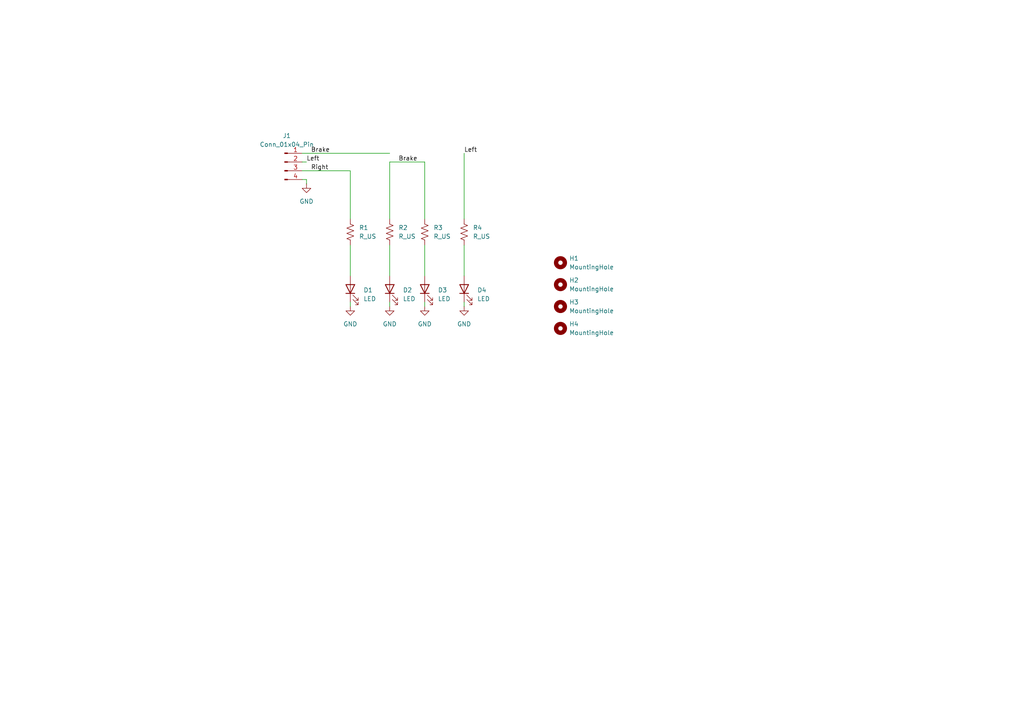
<source format=kicad_sch>
(kicad_sch (version 20231120) (generator "eeschema") (generator_version "8.0")
  (paper "A4")
  (lib_symbols
    (symbol "Connector:Conn_01x04_Pin" (pin_names (offset 1.016) hide)
      (property "Reference" "J" (at 0 5.08 0))
      (property "Value" "Conn_01x04_Pin" (at 0 -7.62 0))
      (symbol "Conn_01x04_Pin_1_1"
        (polyline (pts (xy 1.27 -5.08) (xy 0.8636 -5.08)) (stroke (width 0.1524)))
        (polyline (pts (xy 1.27 -2.54) (xy 0.8636 -2.54)) (stroke (width 0.1524)))
        (polyline (pts (xy 1.27 0) (xy 0.8636 0)) (stroke (width 0.1524)))
        (polyline (pts (xy 1.27 2.54) (xy 0.8636 2.54)) (stroke (width 0.1524)))
        (rectangle (start 0.8636 -4.953) (end 0 -5.207) (stroke (width 0.1524)) (fill (type outline)))
        (rectangle (start 0.8636 -2.413) (end 0 -2.667) (stroke (width 0.1524)) (fill (type outline)))
        (rectangle (start 0.8636 0.127) (end 0 -0.127) (stroke (width 0.1524)) (fill (type outline)))
        (rectangle (start 0.8636 2.667) (end 0 2.413) (stroke (width 0.1524)) (fill (type outline)))
        (pin passive line (at 5.08 2.54 180) (length 3.81) (name "Pin_1") (number "1"))
        (pin passive line (at 5.08 0 180) (length 3.81) (name "Pin_2") (number "2"))
        (pin passive line (at 5.08 -2.54 180) (length 3.81) (name "Pin_3") (number "3"))
        (pin passive line (at 5.08 -5.08 180) (length 3.81) (name "Pin_4") (number "4"))
      )
    )
    (symbol "Device:LED" (pin_numbers hide) (pin_names (offset 1.016) hide)
      (property "Reference" "D" (at 0 2.54 0))
      (property "Value" "LED" (at 0 -2.54 0))
      (symbol "LED_0_1"
        (polyline (pts (xy -1.27 -1.27) (xy -1.27 1.27)) (stroke (width 0.254)))
        (polyline (pts (xy -1.27 0) (xy 1.27 0)))
        (polyline (pts (xy 1.27 -1.27) (xy 1.27 1.27) (xy -1.27 0) (xy 1.27 -1.27)) (stroke (width 0.254)))
        (polyline (pts (xy -3.048 -0.762) (xy -4.572 -2.286) (xy -3.81 -2.286) (xy -4.572 -2.286) (xy -4.572 -1.524)))
        (polyline (pts (xy -1.778 -0.762) (xy -3.302 -2.286) (xy -2.54 -2.286) (xy -3.302 -2.286) (xy -3.302 -1.524)))
      )
      (symbol "LED_1_1"
        (pin passive line (at -3.81 0 0) (length 2.54) (name "K") (number "1"))
        (pin passive line (at 3.81 0 180) (length 2.54) (name "A") (number "2"))
      )
    )
    (symbol "Device:R_US" (pin_numbers hide) (pin_names (offset 0))
      (property "Reference" "R" (at 2.54 0 90))
      (property "Value" "R_US" (at -2.54 0 90))
      (symbol "R_US_0_1"
        (polyline (pts (xy 0 -2.286) (xy 0 -2.54)))
        (polyline (pts (xy 0 2.286) (xy 0 2.54)))
        (polyline (pts (xy 0 -0.762) (xy 1.016 -1.143) (xy 0 -1.524) (xy -1.016 -1.905) (xy 0 -2.286)))
        (polyline (pts (xy 0 0.762) (xy 1.016 0.381) (xy 0 0) (xy -1.016 -0.381) (xy 0 -0.762)))
        (polyline (pts (xy 0 2.286) (xy 1.016 1.905) (xy 0 1.524) (xy -1.016 1.143) (xy 0 0.762)))
      )
      (symbol "R_US_1_1"
        (pin passive line (at 0 3.81 270) (length 1.27) (name "~") (number "1"))
        (pin passive line (at 0 -3.81 90) (length 1.27) (name "~") (number "2"))
      )
    )
    (symbol "Mechanical:MountingHole" (pin_names (offset 1.016)) (exclude_from_sim yes) (in_bom no)
      (property "Reference" "H" (at 0 5.08 0))
      (property "Value" "MountingHole" (at 0 3.175 0))
      (symbol "MountingHole_0_1"
        (circle (center 0 0) (radius 1.27) (stroke (width 1.27)))
      )
    )
    (symbol "power:GND" (power) (pin_numbers hide) (pin_names (offset 0) hide)
      (property "Value" "GND" (at 0 -3.81 0))
      (symbol "GND_0_1"
        (polyline (pts (xy 0 0) (xy 0 -1.27) (xy 1.27 -1.27) (xy 0 -2.54) (xy -1.27 -1.27) (xy 0 -1.27)))
      )
      (symbol "GND_1_1"
        (pin power_in line (at 0 0 270) (length 0) (name "~") (number "1"))
      )
    )
  )
  (wire (pts (xy 113.03 71.12) (xy 113.03 80.01)))
  (wire (pts (xy 88.9 52.07) (xy 88.9 53.34)))
  (wire (pts (xy 123.19 71.12) (xy 123.19 80.01)))
  (wire (pts (xy 101.6 71.12) (xy 101.6 80.01)))
  (wire (pts (xy 113.03 87.63) (xy 113.03 88.9)))
  (wire (pts (xy 134.62 87.63) (xy 134.62 88.9)))
  (wire (pts (xy 101.6 87.63) (xy 101.6 88.9)))
  (wire (pts (xy 134.62 71.12) (xy 134.62 80.01)))
  (wire (pts (xy 123.19 46.99) (xy 123.19 63.5)))
  (wire (pts (xy 134.62 44.45) (xy 134.62 63.5)))
  (wire (pts (xy 123.19 87.63) (xy 123.19 88.9)))
  (wire (pts (xy 87.63 46.99) (xy 88.9 46.99)))
  (wire (pts (xy 87.63 52.07) (xy 88.9 52.07)))
  (wire (pts (xy 87.63 49.53) (xy 101.6 49.53)))
  (wire (pts (xy 101.6 49.53) (xy 101.6 63.5)))
  (wire (pts (xy 113.03 46.99) (xy 123.19 46.99)))
  (wire (pts (xy 113.03 46.99) (xy 113.03 63.5)))
  (wire (pts (xy 87.63 44.45) (xy 113.03 44.45)))
  (label "Left" (at 88.9 46.99 0))
  (label "Brake" (at 115.57 46.99 0))
  (label "Brake" (at 90.17 44.45 0))
  (label "Left" (at 134.62 44.45 0))
  (label "Right" (at 90.17 49.53 0))
  (symbol (lib_id "power:GND") (at 113.03 88.9 0) (unit 1)
    (property "Reference" "#PWR02" (effects (hide yes)))
    (property "Value" "GND" (at 113.03 93.98 0))
    (property "Description" "Power symbol creates a global label with name \"GND\" , ground" (effects (hide yes)))
  )
  (symbol (lib_id "Mechanical:MountingHole") (at 162.56 95.25 0) (unit 1) (exclude_from_sim yes) (in_bom no)
    (property "Reference" "H4" (at 165.1 93.9799 0) (effects (justify left)))
    (property "Value" "MountingHole" (at 165.1 96.5199 0) (effects (justify left)))
    (property "Footprint" "MountingHole:MountingHole_2.5mm" (effects (hide yes)))
    (property "Description" "Mounting Hole without connection" (effects (hide yes)))
  )
  (symbol (lib_id "power:GND") (at 101.6 88.9 0) (unit 1)
    (property "Reference" "#PWR01" (effects (hide yes)))
    (property "Value" "GND" (at 101.6 93.98 0))
    (property "Description" "Power symbol creates a global label with name \"GND\" , ground" (effects (hide yes)))
  )
  (symbol (lib_id "power:GND") (at 123.19 88.9 0) (unit 1)
    (property "Reference" "#PWR03" (effects (hide yes)))
    (property "Value" "GND" (at 123.19 93.98 0))
    (property "Description" "Power symbol creates a global label with name \"GND\" , ground" (effects (hide yes)))
  )
  (symbol (lib_id "Device:LED") (at 101.6 83.82 90) (unit 1)
    (property "Reference" "D1" (at 105.41 84.1374 90) (effects (justify right)))
    (property "Value" "LED" (at 105.41 86.6774 90) (effects (justify right)))
    (property "Footprint" "LED_THT:LED_D5.0mm_Clear" (effects (hide yes)))
    (property "Description" "Light emitting diode" (effects (hide yes)))
  )
  (symbol (lib_id "Device:R_US") (at 101.6 67.31 0) (unit 1)
    (property "Reference" "R1" (at 104.14 66.0399 0) (effects (justify left)))
    (property "Value" "R_US" (at 104.14 68.5799 0) (effects (justify left)))
    (property "Footprint" "Resistor_THT:R_Axial_DIN0414_L11.9mm_D4.5mm_P15.24mm_Horizontal" (effects (hide yes)))
    (property "Description" "Resistor, US symbol" (effects (hide yes)))
  )
  (symbol (lib_id "Device:R_US") (at 113.03 67.31 0) (unit 1)
    (property "Reference" "R2" (at 115.57 66.0399 0) (effects (justify left)))
    (property "Value" "R_US" (at 115.57 68.5799 0) (effects (justify left)))
    (property "Footprint" "Resistor_THT:R_Axial_DIN0414_L11.9mm_D4.5mm_P15.24mm_Horizontal" (effects (hide yes)))
    (property "Description" "Resistor, US symbol" (effects (hide yes)))
  )
  (symbol (lib_id "Mechanical:MountingHole") (at 162.56 88.9 0) (unit 1) (exclude_from_sim yes) (in_bom no)
    (property "Reference" "H3" (at 165.1 87.6299 0) (effects (justify left)))
    (property "Value" "MountingHole" (at 165.1 90.1699 0) (effects (justify left)))
    (property "Footprint" "MountingHole:MountingHole_2.5mm" (effects (hide yes)))
    (property "Description" "Mounting Hole without connection" (effects (hide yes)))
  )
  (symbol (lib_id "Device:R_US") (at 134.62 67.31 0) (unit 1)
    (property "Reference" "R4" (at 137.16 66.0399 0) (effects (justify left)))
    (property "Value" "R_US" (at 137.16 68.5799 0) (effects (justify left)))
    (property "Footprint" "Resistor_THT:R_Axial_DIN0414_L11.9mm_D4.5mm_P15.24mm_Horizontal" (effects (hide yes)))
    (property "Description" "Resistor, US symbol" (effects (hide yes)))
  )
  (symbol (lib_id "power:GND") (at 88.9 53.34 0) (unit 1)
    (property "Reference" "#PWR05" (effects (hide yes)))
    (property "Value" "GND" (at 88.9 58.42 0))
    (property "Description" "Power symbol creates a global label with name \"GND\" , ground" (effects (hide yes)))
  )
  (symbol (lib_id "Device:LED") (at 123.19 83.82 90) (unit 1)
    (property "Reference" "D3" (at 127 84.1374 90) (effects (justify right)))
    (property "Value" "LED" (at 127 86.6774 90) (effects (justify right)))
    (property "Footprint" "LED_THT:LED_D5.0mm_Clear" (effects (hide yes)))
    (property "Description" "Light emitting diode" (effects (hide yes)))
  )
  (symbol (lib_id "Connector:Conn_01x04_Pin") (at 82.55 46.99 0) (unit 1)
    (property "Reference" "J1" (at 83.185 39.37 0))
    (property "Value" "Conn_01x04_Pin" (at 83.185 41.91 0))
    (property "Footprint" "Connector_PinHeader_2.54mm:PinHeader_1x04_P2.54mm_Vertical" (effects (hide yes)))
    (property "Description" "Generic connector, single row, 01x04, script generated" (effects (hide yes)))
  )
  (symbol (lib_id "Mechanical:MountingHole") (at 162.56 76.2 0) (unit 1) (exclude_from_sim yes) (in_bom no)
    (property "Reference" "H1" (at 165.1 74.9299 0) (effects (justify left)))
    (property "Value" "MountingHole" (at 165.1 77.4699 0) (effects (justify left)))
    (property "Footprint" "MountingHole:MountingHole_2.5mm" (effects (hide yes)))
    (property "Description" "Mounting Hole without connection" (effects (hide yes)))
  )
  (symbol (lib_id "Mechanical:MountingHole") (at 162.56 82.55 0) (unit 1) (exclude_from_sim yes) (in_bom no)
    (property "Reference" "H2" (at 165.1 81.2799 0) (effects (justify left)))
    (property "Value" "MountingHole" (at 165.1 83.8199 0) (effects (justify left)))
    (property "Footprint" "MountingHole:MountingHole_2.5mm" (effects (hide yes)))
    (property "Description" "Mounting Hole without connection" (effects (hide yes)))
  )
  (symbol (lib_id "Device:LED") (at 113.03 83.82 90) (unit 1)
    (property "Reference" "D2" (at 116.84 84.1374 90) (effects (justify right)))
    (property "Value" "LED" (at 116.84 86.6774 90) (effects (justify right)))
    (property "Footprint" "LED_THT:LED_D5.0mm_Clear" (effects (hide yes)))
    (property "Description" "Light emitting diode" (effects (hide yes)))
  )
  (symbol (lib_id "Device:R_US") (at 123.19 67.31 0) (unit 1)
    (property "Reference" "R3" (at 125.73 66.0399 0) (effects (justify left)))
    (property "Value" "R_US" (at 125.73 68.5799 0) (effects (justify left)))
    (property "Footprint" "Resistor_THT:R_Axial_DIN0414_L11.9mm_D4.5mm_P15.24mm_Horizontal" (effects (hide yes)))
    (property "Description" "Resistor, US symbol" (effects (hide yes)))
  )
  (symbol (lib_id "power:GND") (at 134.62 88.9 0) (unit 1)
    (property "Reference" "#PWR04" (effects (hide yes)))
    (property "Value" "GND" (at 134.62 93.98 0))
    (property "Description" "Power symbol creates a global label with name \"GND\" , ground" (effects (hide yes)))
  )
  (symbol (lib_id "Device:LED") (at 134.62 83.82 90) (unit 1)
    (property "Reference" "D4" (at 138.43 84.1374 90) (effects (justify right)))
    (property "Value" "LED" (at 138.43 86.6774 90) (effects (justify right)))
    (property "Footprint" "LED_THT:LED_D5.0mm_Clear" (effects (hide yes)))
    (property "Description" "Light emitting diode" (effects (hide yes)))
  )
)
</source>
